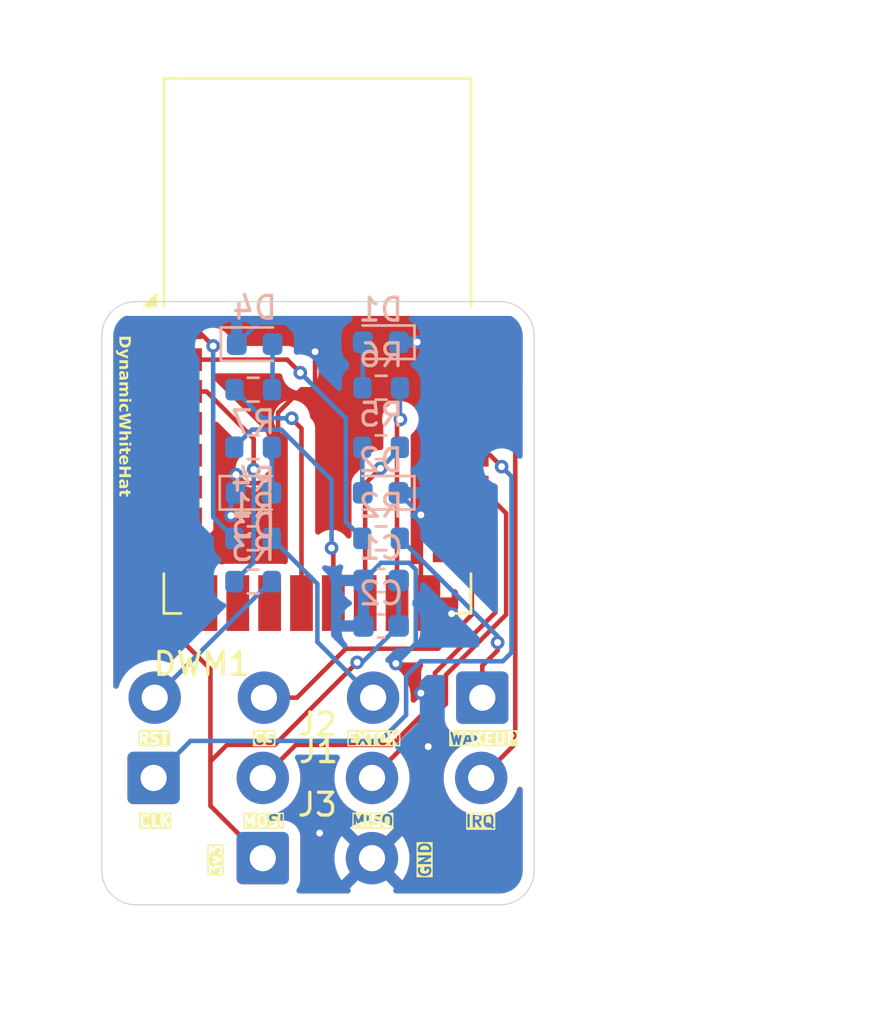
<source format=kicad_pcb>
(kicad_pcb (version 20241229) (generator "pcbnew") (generator_version "9.0")
  (layers (0 "F.Cu" signal) (2 "B.Cu" signal) (13 "F.Paste" user) (15 "B.Paste" user) (5 "F.SilkS" user "F.Silkscreen") (7 "B.SilkS" user "B.Silkscreen") (1 "F.Mask" user) (3 "B.Mask" user) (25 "Edge.Cuts" user))
  (net 0 "")
  (net 1 "GND")
  (net 2 "+3V3")
  (net 3 "Net-(D1-A)")
  (net 4 "Net-(D2-A)")
  (net 5 "Net-(D3-A)")
  (net 6 "Net-(D4-A)")
  (net 7 "/MOSI")
  (net 8 "/IRQ")
  (net 9 "/MISO")
  (net 10 "/CLK")
  (net 11 "Net-(DWM1-~{RST})")
  (net 13 "Net-(DWM1-GPIO2{slash}RXLED)")
  (net 14 "Net-(DWM1-GPIO0{slash}RXOKLED)")
  (net 15 "/CS")
  (net 18 "Net-(DWM1-GPIO3{slash}TXLED)")
  (net 19 "Net-(DWM1-EXTON)")
  (net 20 "Net-(DWM1-WAKEUP)")
  (net 22 "Net-(DWM1-GPIO1{slash}SFDLED)")
  (net 23 "/EXTON")
  (net 24 "/RST")
  (net 25 "/WAKEUP")
  (footprint "RF_Module:DWM1000" (layer "F.Cu") (at 56.951875 61.1988)
    (property "Reference" "DWM1" (at -5.08 13.97 0) (layer "F.SilkS"))
    (property "Value" "DWM1000")
    (fp_line (start -6.75 -11.75) (end -6.75 -1.75) (stroke (width 0.12)) (layer "F.SilkS"))
    (fp_line (start -6.75 -11.75) (end 6.75 -11.75) (stroke (width 0.12)) (layer "F.SilkS"))
    (fp_line (start -6.75 11.75) (end -6.75 10) (stroke (width 0.12)) (layer "F.SilkS"))
    (fp_line (start -6 11.75) (end -6.75 11.75) (stroke (width 0.12)) (layer "F.SilkS"))
    (fp_line (start 6 11.75) (end 6.75 11.75) (stroke (width 0.12)) (layer "F.SilkS"))
    (fp_line (start 6.75 -11.75) (end 6.75 -1.75) (stroke (width 0.12)) (layer "F.SilkS"))
    (fp_line (start 6.75 11.75) (end 6.75 10) (stroke (width 0.12)) (layer "F.SilkS"))
    (fp_poly (pts (xy -7.1 -1.75) (xy -7.6 -1.75) (xy -7.1 -2.25) (xy -7.1 -1.75)) (stroke (width 0.12)) (fill yes) (layer "F.SilkS"))
    (pad "1" smd rect (at -6.3 -0.7988 90) (size 1 2.45) (layers "F.Cu" "F.Mask" "F.Paste") (net 19 "Net-(DWM1-EXTON)"))
    (pad "2" smd rect (at -6.3 0.6012 90) (size 1 2.45) (layers "F.Cu" "F.Mask" "F.Paste") (net 20 "Net-(DWM1-WAKEUP)"))
    (pad "3" smd rect (at -6.3 2.0012 90) (size 1 2.45) (layers "F.Cu" "F.Mask" "F.Paste") (net 11 "Net-(DWM1-~{RST})"))
    (pad "4" smd rect (at -6.3 3.4012 90) (size 1 2.45) (layers "F.Cu" "F.Mask" "F.Paste"))
    (pad "5" smd rect (at -6.3 4.8012 90) (size 1 2.45) (layers "F.Cu" "F.Mask" "F.Paste") (net 2 "+3V3"))
    (pad "6" smd rect (at -6.3 6.2012 90) (size 1 2.45) (layers "F.Cu" "F.Mask" "F.Paste") (net 2 "+3V3"))
    (pad "7" smd rect (at -6.3 7.6012 90) (size 1 2.45) (layers "F.Cu" "F.Mask" "F.Paste") (net 2 "+3V3"))
    (pad "8" smd rect (at -6.3 9.0012 90) (size 1 2.45) (layers "F.Cu" "F.Mask" "F.Paste") (net 1 "GND"))
    (pad "9" smd rect (at -4.9 11.2962) (size 1 2.45) (layers "F.Cu" "F.Mask" "F.Paste"))
    (pad "10" smd rect (at -3.5 11.2962) (size 1 2.45) (layers "F.Cu" "F.Mask" "F.Paste"))
    (pad "11" smd rect (at -2.1 11.2962) (size 1 2.45) (layers "F.Cu" "F.Mask" "F.Paste"))
    (pad "12" smd rect (at -0.7 11.2962) (size 1 2.45) (layers "F.Cu" "F.Mask" "F.Paste") (net 18 "Net-(DWM1-GPIO3{slash}TXLED)"))
    (pad "13" smd rect (at 0.7 11.2962) (size 1 2.45) (layers "F.Cu" "F.Mask" "F.Paste") (net 13 "Net-(DWM1-GPIO2{slash}RXLED)"))
    (pad "14" smd rect (at 2.1 11.2962) (size 1 2.45) (layers "F.Cu" "F.Mask" "F.Paste") (net 22 "Net-(DWM1-GPIO1{slash}SFDLED)"))
    (pad "15" smd rect (at 3.5 11.2962) (size 1 2.45) (layers "F.Cu" "F.Mask" "F.Paste") (net 14 "Net-(DWM1-GPIO0{slash}RXOKLED)"))
    (pad "16" smd rect (at 4.9 11.2962) (size 1 2.45) (layers "F.Cu" "F.Mask" "F.Paste") (net 1 "GND"))
    (pad "17" smd rect (at 6.3 9 90) (size 1 2.45) (layers "F.Cu" "F.Mask" "F.Paste") (net 15 "/CS"))
    (pad "18" smd rect (at 6.3 7.6 90) (size 1 2.45) (layers "F.Cu" "F.Mask" "F.Paste") (net 7 "/MOSI"))
    (pad "19" smd rect (at 6.3 6.2012 90) (size 1 2.45) (layers "F.Cu" "F.Mask" "F.Paste") (net 9 "/MISO"))
    (pad "20" smd rect (at 6.3 4.8012 90) (size 1 2.45) (layers "F.Cu" "F.Mask" "F.Paste") (net 10 "/CLK"))
    (pad "21" smd rect (at 6.3 3.4012 90) (size 1 2.45) (layers "F.Cu" "F.Mask" "F.Paste") (net 1 "GND"))
    (pad "22" smd rect (at 6.3 2.0012 90) (size 1 2.45) (layers "F.Cu" "F.Mask" "F.Paste") (net 8 "/IRQ"))
    (pad "23" smd rect (at 6.3 0.6012 90) (size 1 2.45) (layers "F.Cu" "F.Mask" "F.Paste") (net 1 "GND"))
    (pad "24" smd rect (at 6.3 -0.7988 90) (size 1 2.45) (layers "F.Cu" "F.Mask" "F.Paste") (net 1 "GND"))
    (zone (net 0) (net_name "") (layers "F.Cu" "B.Cu") (connect_pads (clearance 0)) (min_thickness 0.254)
      (keepout (tracks not_allowed) (vias not_allowed) (pads not_allowed) (copperpour not_allowed) (footprints not_allowed))
      (fill (thermal_gap 0.508) (thermal_bridge_width 0.508))
      (polygon (pts (xy 48.061875 59.8788) (xy 65.841875 59.8788) (xy 65.841875 48.4988) (xy 48.061875 48.4988)))
    )
  )
  (footprint "Connector_Wire:SolderWire-0.5sqmm_1x04_P4.8mm_D0.9mm_OD2.3mm" (layer "F.Cu") (at 64.2 76.65 180)
    (property "Reference" "J1" (at 7.2 -2.35 0) (layer "F.SilkS"))
    (property "Value" "Conn_01x04_Socket")
    (pad "1" thru_hole roundrect (at 0 0 180) (size 2.3 2.3) (drill 1.15) (layers "*.Cu" "*.Mask") (roundrect_rratio 0.108696) (net 25 "/WAKEUP"))
    (pad "2" thru_hole circle (at 4.8 0 180) (size 2.3 2.3) (drill 1.15) (layers "*.Cu" "*.Mask") (net 23 "/EXTON"))
    (pad "3" thru_hole circle (at 9.6 0 180) (size 2.3 2.3) (drill 1.15) (layers "*.Cu" "*.Mask") (net 15 "/CS"))
    (pad "4" thru_hole circle (at 14.4 0 180) (size 2.3 2.3) (drill 1.15) (layers "*.Cu" "*.Mask") (net 24 "/RST"))
  )
  (footprint "Connector_Wire:SolderWire-0.5sqmm_1x02_P4.8mm_D0.9mm_OD2.3mm" (layer "F.Cu") (at 54.55 83.7)
    (property "Reference" "J3" (at 2.4 -2.35 0) (layer "F.SilkS"))
    (property "Value" "Conn_01x02_Socket")
    (pad "1" thru_hole roundrect (at 0 0) (size 2.3 2.3) (drill 1.15) (layers "*.Cu" "*.Mask") (roundrect_rratio 0.108696) (net 2 "+3V3"))
    (pad "2" thru_hole circle (at 4.8 0) (size 2.3 2.3) (drill 1.15) (layers "*.Cu" "*.Mask") (net 1 "GND"))
  )
  (footprint "Connector_Wire:SolderWire-0.5sqmm_1x04_P4.8mm_D0.9mm_OD2.3mm" (layer "F.Cu") (at 49.751875 80.175)
    (property "Reference" "J2" (at 7.2 -2.35 0) (layer "F.SilkS"))
    (property "Value" "Conn_01x04_Socket")
    (pad "1" thru_hole roundrect (at 0 0) (size 2.3 2.3) (drill 1.15) (layers "*.Cu" "*.Mask") (roundrect_rratio 0.108696) (net 10 "/CLK"))
    (pad "2" thru_hole circle (at 4.8 0) (size 2.3 2.3) (drill 1.15) (layers "*.Cu" "*.Mask") (net 7 "/MOSI"))
    (pad "3" thru_hole circle (at 9.6 0) (size 2.3 2.3) (drill 1.15) (layers "*.Cu" "*.Mask") (net 9 "/MISO"))
    (pad "4" thru_hole circle (at 14.4 0) (size 2.3 2.3) (drill 1.15) (layers "*.Cu" "*.Mask") (net 8 "/IRQ"))
  )
  (footprint "Resistor_SMD:R_0603_1608Metric" (layer "B.Cu") (at 59.750001 69.65 180)
    (property "Reference" "R2" (at 0 1.43 0) (layer "B.SilkS") (effects (justify mirror)))
    (property "Value" "1k")
    (fp_line (start -0.237258 0.5225) (end 0.237258 0.5225) (stroke (width 0.12)) (layer "B.SilkS"))
    (fp_line (start -0.237258 -0.5225) (end 0.237258 -0.5225) (stroke (width 0.12)) (layer "B.SilkS"))
    (pad "1" smd roundrect (at -0.825 0 180) (size 0.8 0.95) (layers "B.Cu" "B.Mask" "B.Paste") (net 25 "/WAKEUP"))
    (pad "2" smd roundrect (at 0.825 0 180) (size 0.8 0.95) (layers "B.Cu" "B.Mask" "B.Paste") (net 20 "Net-(DWM1-WAKEUP)"))
  )
  (footprint "LED_SMD:LED_0603_1608Metric" (layer "B.Cu") (at 54.192751 61.119999)
    (property "Reference" "D4" (at 0 -1.6 0) (layer "B.SilkS") (effects (justify mirror)))
    (property "Value" "LED")
    (fp_line (start -1.485 -0.735) (end 0.8 -0.735) (stroke (width 0.12)) (layer "B.SilkS"))
    (fp_line (start -1.485 0.735) (end -1.485 -0.735) (stroke (width 0.12)) (layer "B.SilkS"))
    (fp_line (start 0.8 0.735) (end -1.485 0.735) (stroke (width 0.12)) (layer "B.SilkS"))
    (pad "1" smd roundrect (at -0.7875 0) (size 0.875 0.95) (layers "B.Cu" "B.Mask" "B.Paste") (net 1 "GND"))
    (pad "2" smd roundrect (at 0.7875 0) (size 0.875 0.95) (layers "B.Cu" "B.Mask" "B.Paste") (net 6 "Net-(D4-A)"))
  )
  (footprint "Capacitor_SMD:C_0603_1608Metric" (layer "B.Cu") (at 59.75 71.5 180)
    (property "Reference" "C1" (at 0 1.43 0) (layer "B.SilkS") (effects (justify mirror)))
    (property "Value" "10uF")
    (fp_line (start -0.14058 0.51) (end 0.14058 0.51) (stroke (width 0.12)) (layer "B.SilkS"))
    (fp_line (start -0.14058 -0.51) (end 0.14058 -0.51) (stroke (width 0.12)) (layer "B.SilkS"))
    (pad "1" smd roundrect (at -0.775 0 180) (size 0.9 0.95) (layers "B.Cu" "B.Mask" "B.Paste") (net 2 "+3V3"))
    (pad "2" smd roundrect (at 0.775 0 180) (size 0.9 0.95) (layers "B.Cu" "B.Mask" "B.Paste") (net 1 "GND"))
  )
  (footprint "Capacitor_SMD:C_0603_1608Metric" (layer "B.Cu") (at 59.75 73.5 180)
    (property "Reference" "C2" (at 0 1.43 0) (layer "B.SilkS") (effects (justify mirror)))
    (property "Value" "0.1uF")
    (fp_line (start -0.14058 0.51) (end 0.14058 0.51) (stroke (width 0.12)) (layer "B.SilkS"))
    (fp_line (start -0.14058 -0.51) (end 0.14058 -0.51) (stroke (width 0.12)) (layer "B.SilkS"))
    (pad "1" smd roundrect (at -0.775 0 180) (size 0.9 0.95) (layers "B.Cu" "B.Mask" "B.Paste") (net 2 "+3V3"))
    (pad "2" smd roundrect (at 0.775 0 180) (size 0.9 0.95) (layers "B.Cu" "B.Mask" "B.Paste") (net 1 "GND"))
  )
  (footprint "LED_SMD:LED_0603_1608Metric" (layer "B.Cu") (at 59.735001 61.034999 180)
    (property "Reference" "D1" (at 0 1.43 0) (layer "B.SilkS") (effects (justify mirror)))
    (property "Value" "LED")
    (fp_line (start 0.8 0.735) (end -1.485 0.735) (stroke (width 0.12)) (layer "B.SilkS"))
    (fp_line (start -1.485 0.735) (end -1.485 -0.735) (stroke (width 0.12)) (layer "B.SilkS"))
    (fp_line (start -1.485 -0.735) (end 0.8 -0.735) (stroke (width 0.12)) (layer "B.SilkS"))
    (pad "1" smd roundrect (at -0.7875 0 180) (size 0.875 0.95) (layers "B.Cu" "B.Mask" "B.Paste") (net 1 "GND"))
    (pad "2" smd roundrect (at 0.7875 0 180) (size 0.875 0.95) (layers "B.Cu" "B.Mask" "B.Paste") (net 3 "Net-(D1-A)"))
  )
  (footprint "Resistor_SMD:R_0603_1608Metric" (layer "B.Cu") (at 59.750001 65.649999 180)
    (property "Reference" "R5" (at 0 1.43 0) (layer "B.SilkS") (effects (justify mirror)))
    (property "Value" "470R")
    (fp_line (start -0.237258 0.5225) (end 0.237258 0.5225) (stroke (width 0.12)) (layer "B.SilkS"))
    (fp_line (start -0.237258 -0.5225) (end 0.237258 -0.5225) (stroke (width 0.12)) (layer "B.SilkS"))
    (pad "1" smd roundrect (at -0.825 0 180) (size 0.8 0.95) (layers "B.Cu" "B.Mask" "B.Paste") (net 22 "Net-(DWM1-GPIO1{slash}SFDLED)"))
    (pad "2" smd roundrect (at 0.825 0 180) (size 0.8 0.95) (layers "B.Cu" "B.Mask" "B.Paste") (net 4 "Net-(D2-A)"))
  )
  (footprint "Resistor_SMD:R_0603_1608Metric" (layer "B.Cu") (at 54.125 71.55 180)
    (property "Reference" "R3" (at 0 1.43 0) (layer "B.SilkS") (effects (justify mirror)))
    (property "Value" "1k")
    (fp_line (start -0.237258 0.5225) (end 0.237258 0.5225) (stroke (width 0.12)) (layer "B.SilkS"))
    (fp_line (start -0.237258 -0.5225) (end 0.237258 -0.5225) (stroke (width 0.12)) (layer "B.SilkS"))
    (pad "1" smd roundrect (at -0.825 0 180) (size 0.8 0.95) (layers "B.Cu" "B.Mask" "B.Paste") (net 24 "/RST"))
    (pad "2" smd roundrect (at 0.825 0 180) (size 0.8 0.95) (layers "B.Cu" "B.Mask" "B.Paste") (net 11 "Net-(DWM1-~{RST})"))
  )
  (footprint "Resistor_SMD:R_0603_1608Metric" (layer "B.Cu") (at 54.130251 63.118799)
    (property "Reference" "R7" (at 0 1.43 0) (layer "B.SilkS") (effects (justify mirror)))
    (property "Value" "470R")
    (fp_line (start -0.237258 -0.5225) (end 0.237258 -0.5225) (stroke (width 0.12)) (layer "B.SilkS"))
    (fp_line (start -0.237258 0.5225) (end 0.237258 0.5225) (stroke (width 0.12)) (layer "B.SilkS"))
    (pad "1" smd roundrect (at -0.825 0) (size 0.8 0.95) (layers "B.Cu" "B.Mask" "B.Paste") (net 18 "Net-(DWM1-GPIO3{slash}TXLED)"))
    (pad "2" smd roundrect (at 0.825 0) (size 0.8 0.95) (layers "B.Cu" "B.Mask" "B.Paste") (net 6 "Net-(D4-A)"))
  )
  (footprint "LED_SMD:LED_0603_1608Metric" (layer "B.Cu") (at 59.730001 67.648799 180)
    (property "Reference" "D2" (at 0 1.43 0) (layer "B.SilkS") (effects (justify mirror)))
    (property "Value" "LED")
    (fp_line (start 0.8 0.735) (end -1.485 0.735) (stroke (width 0.12)) (layer "B.SilkS"))
    (fp_line (start -1.485 0.735) (end -1.485 -0.735) (stroke (width 0.12)) (layer "B.SilkS"))
    (fp_line (start -1.485 -0.735) (end 0.8 -0.735) (stroke (width 0.12)) (layer "B.SilkS"))
    (pad "1" smd roundrect (at -0.7875 0 180) (size 0.875 0.95) (layers "B.Cu" "B.Mask" "B.Paste") (net 1 "GND"))
    (pad "2" smd roundrect (at 0.7875 0 180) (size 0.875 0.95) (layers "B.Cu" "B.Mask" "B.Paste") (net 4 "Net-(D2-A)"))
  )
  (footprint "Resistor_SMD:R_0603_1608Metric" (layer "B.Cu") (at 54.125001 65.648799)
    (property "Reference" "R4" (at 0 1.43 0) (layer "B.SilkS") (effects (justify mirror)))
    (property "Value" "470R")
    (fp_line (start -0.237258 -0.5225) (end 0.237258 -0.5225) (stroke (width 0.12)) (layer "B.SilkS"))
    (fp_line (start -0.237258 0.5225) (end 0.237258 0.5225) (stroke (width 0.12)) (layer "B.SilkS"))
    (pad "1" smd roundrect (at -0.825 0) (size 0.8 0.95) (layers "B.Cu" "B.Mask" "B.Paste") (net 13 "Net-(DWM1-GPIO2{slash}RXLED)"))
    (pad "2" smd roundrect (at 0.825 0) (size 0.8 0.95) (layers "B.Cu" "B.Mask" "B.Paste") (net 5 "Net-(D3-A)"))
  )
  (footprint "Resistor_SMD:R_0603_1608Metric" (layer "B.Cu") (at 59.755001 63.033799 180)
    (property "Reference" "R6" (at 0 1.43 0) (layer "B.SilkS") (effects (justify mirror)))
    (property "Value" "470R")
    (fp_line (start -0.237258 0.5225) (end 0.237258 0.5225) (stroke (width 0.12)) (layer "B.SilkS"))
    (fp_line (start -0.237258 -0.5225) (end 0.237258 -0.5225) (stroke (width 0.12)) (layer "B.SilkS"))
    (pad "1" smd roundrect (at -0.825 0 180) (size 0.8 0.95) (layers "B.Cu" "B.Mask" "B.Paste") (net 14 "Net-(DWM1-GPIO0{slash}RXOKLED)"))
    (pad "2" smd roundrect (at 0.825 0 180) (size 0.8 0.95) (layers "B.Cu" "B.Mask" "B.Paste") (net 3 "Net-(D1-A)"))
  )
  (footprint "LED_SMD:LED_0603_1608Metric" (layer "B.Cu") (at 54.145001 67.649999)
    (property "Reference" "D3" (at 0 1.43 0) (layer "B.SilkS") (effects (justify mirror)))
    (property "Value" "LED")
    (fp_line (start -1.485 -0.735) (end 0.8 -0.735) (stroke (width 0.12)) (layer "B.SilkS"))
    (fp_line (start -1.485 0.735) (end -1.485 -0.735) (stroke (width 0.12)) (layer "B.SilkS"))
    (fp_line (start 0.8 0.735) (end -1.485 0.735) (stroke (width 0.12)) (layer "B.SilkS"))
    (pad "1" smd roundrect (at -0.7875 0) (size 0.875 0.95) (layers "B.Cu" "B.Mask" "B.Paste") (net 1 "GND"))
    (pad "2" smd roundrect (at 0.7875 0) (size 0.875 0.95) (layers "B.Cu" "B.Mask" "B.Paste") (net 5 "Net-(D3-A)"))
  )
  (footprint "Resistor_SMD:R_0603_1608Metric" (layer "B.Cu") (at 54.125 69.65 180)
    (property "Reference" "R1" (at 0 1.43 0) (layer "B.SilkS") (effects (justify mirror)))
    (property "Value" "1k")
    (fp_line (start -0.237258 0.5225) (end 0.237258 0.5225) (stroke (width 0.12)) (layer "B.SilkS"))
    (fp_line (start -0.237258 -0.5225) (end 0.237258 -0.5225) (stroke (width 0.12)) (layer "B.SilkS"))
    (pad "1" smd roundrect (at -0.825 0 180) (size 0.8 0.95) (layers "B.Cu" "B.Mask" "B.Paste") (net 23 "/EXTON"))
    (pad "2" smd roundrect (at 0.825 0 180) (size 0.8 0.95) (layers "B.Cu" "B.Mask" "B.Paste") (net 19 "Net-(DWM1-EXTON)"))
  )
  (gr_line (start 64.975937 85.75) (end 48.975937 85.75) (stroke (width 0.05)) (layer "Edge.Cuts"))
  (gr_line (start 48.975937 59.25) (end 64.975937 59.25) (stroke (width 0.05)) (layer "Edge.Cuts"))
  (gr_arc (start 48.975937 85.75) (mid 47.915277 85.31066) (end 47.475937 84.25) (stroke (width 0.05)) (layer "Edge.Cuts"))
  (gr_line (start 66.475937 60.75) (end 66.475937 84.25) (stroke (width 0.05)) (layer "Edge.Cuts"))
  (gr_arc (start 47.475937 60.75) (mid 47.915277 59.68934) (end 48.975937 59.25) (stroke (width 0.05)) (layer "Edge.Cuts"))
  (gr_arc (start 66.475937 84.25) (mid 66.036597 85.31066) (end 64.975937 85.75) (stroke (width 0.05)) (layer "Edge.Cuts"))
  (gr_arc (start 64.975937 59.25) (mid 66.036597 59.68934) (end 66.475937 60.75) (stroke (width 0.05)) (layer "Edge.Cuts"))
  (gr_line (start 47.475937 84.25) (end 47.475937 60.75) (stroke (width 0.05)) (layer "Edge.Cuts"))
  (gr_text "CLK" (at 49.06 82.37 0) (layer "F.SilkS" knockout) (effects (font (size 0.5 0.5) (thickness 0.1) (bold yes)) (justify left bottom)))
  (gr_text "EXTON" (at 58.19 78.75 0) (layer "F.SilkS" knockout) (effects (font (size 0.5 0.5) (thickness 0.1) (bold yes)) (justify left bottom)))
  (gr_text "MISO" (at 58.41 82.37 0) (layer "F.SilkS" knockout) (effects (font (size 0.5 0.5) (thickness 0.1) (bold yes)) (justify left bottom)))
  (gr_text "DynamicWhiteHat" (at 48.16 60.73 270) (layer "F.SilkS") (effects (font (size 0.5 0.5) (thickness 0.125) (bold yes)) (justify left bottom)))
  (gr_text "RST\n" (at 49 78.75 0) (layer "F.SilkS" knockout) (effects (font (size 0.5 0.5) (thickness 0.1) (bold yes)) (justify left bottom)))
  (gr_text "3v3" (at 52.79 84.5 90) (layer "F.SilkS" knockout) (effects (font (size 0.5 0.5) (thickness 0.1) (bold yes)) (justify left bottom)))
  (gr_text "CS" (at 54.06 78.75 0) (layer "F.SilkS" knockout) (effects (font (size 0.5 0.5) (thickness 0.1) (bold yes)) (justify left bottom)))
  (gr_text "GND" (at 61.98 84.595239 90) (layer "F.SilkS" knockout) (effects (font (size 0.5 0.5) (thickness 0.1) (bold yes)) (justify left bottom)))
  (gr_text "WAKEUP" (at 62.71 78.75 0) (layer "F.SilkS" knockout) (effects (font (size 0.5 0.5) (thickness 0.1) (bold yes)) (justify left bottom)))
  (gr_text "MOSI\n" (at 53.62 82.37 0) (layer "F.SilkS" knockout) (effects (font (size 0.5 0.5) (thickness 0.1) (bold yes)) (justify left bottom)))
  (gr_text "IRQ" (at 63.41 82.37 0) (layer "F.SilkS" knockout) (effects (font (size 0.5 0.5) (thickness 0.1) (bold yes)) (justify left bottom)))
  (segment (start 59.35 83.7) (end 61.825 81.225) (width 0.2) (layer "F.Cu") (net 1))
  (segment (start 61.5 76.45) (end 61.5 76.25) (width 0.2) (layer "F.Cu") (net 1))
  (segment (start 56.7 63.1) (end 56.85 62.95) (width 0.2) (layer "F.Cu") (net 1))
  (segment (start 51.602456 70.2) (end 53.150493 68.651963) (width 0.2) (layer "F.Cu") (net 1))
  (segment (start 61.851875 72.495) (end 61.5 72.143125) (width 0.2) (layer "F.Cu") (net 1))
  (segment (start 56.85 62.95) (end 56.85 61.45) (width 0.2) (layer "F.Cu") (net 1))
  (segment (start 55.224 66.400943) (end 55.224 64.126057) (width 0.2) (layer "F.Cu") (net 1))
  (segment (start 53.751 67.226) (end 54.398943 67.226) (width 0.2) (layer "F.Cu") (net 1))
  (segment (start 62.324875 64.6) (end 61.725875 64.001) (width 0.2) (layer "F.Cu") (net 1))
  (segment (start 61.5 76.25) (end 60.4 75.15) (width 0.2) (layer "F.Cu") (net 1))
  (segment (start 53.375 66.85) (end 53.751 67.226) (width 0.2) (layer "F.Cu") (net 1))
  (segment (start 61.5 72.143125) (end 61.5 68.62) (width 0.2) (layer "F.Cu") (net 1))
  (segment (start 55.224 64.126057) (end 56.250057 63.1) (width 0.2) (layer "F.Cu") (net 1))
  (segment (start 61.826875 61.8) (end 63.251875 61.8) (width 0.2) (layer "F.Cu") (net 1))
  (segment (start 56.250057 63.1) (end 56.7 63.1) (width 0.2) (layer "F.Cu") (net 1))
  (segment (start 61.825 81.225) (end 61.825 78.8) (width 0.2) (layer "F.Cu") (net 1))
  (segment (start 61.725875 64.001) (end 61.725875 61.901) (width 0.2) (layer "F.Cu") (net 1))
  (segment (start 50.651875 70.2) (end 51.602456 70.2) (width 0.2) (layer "F.Cu") (net 1))
  (segment (start 63.251875 64.6) (end 62.324875 64.6) (width 0.2) (layer "F.Cu") (net 1))
  (segment (start 54.398943 67.226) (end 55.224 66.400943) (width 0.2) (layer "F.Cu") (net 1))
  (segment (start 61.725875 61.901) (end 61.826875 61.8) (width 0.2) (layer "F.Cu") (net 1))
  (via (at 61.34 61.03) (size 0.6) (drill 0.3) (layers "F.Cu" "B.Cu") (net 1))
  (via (at 62.85 72.96) (size 0.6) (drill 0.3) (layers "F.Cu" "B.Cu") (net 1))
  (via (at 56.85 61.45) (size 0.6) (drill 0.3) (layers "F.Cu" "B.Cu") (net 1))
  (via (at 53.375 66.85) (size 0.6) (drill 0.3) (layers "F.Cu" "B.Cu") (net 1))
  (via (at 61.5 76.45) (size 0.6) (drill 0.3) (layers "F.Cu" "B.Cu") (net 1))
  (via (at 57.05 82.6) (size 0.6) (drill 0.3) (layers "F.Cu" "B.Cu") (net 1))
  (via (at 61.5 68.62) (size 0.6) (drill 0.3) (layers "F.Cu" "B.Cu") (net 1))
  (via (at 53.150493 68.651963) (size 0.6) (drill 0.3) (layers "F.Cu" "B.Cu") (net 1))
  (via (at 61.825 78.8) (size 0.6) (drill 0.3) (layers "F.Cu" "B.Cu") (net 1))
  (via (at 60.4 75.15) (size 0.6) (drill 0.3) (layers "F.Cu" "B.Cu") (net 1))
  (segment (start 53.150493 68.651963) (end 53.150493 67.857007) (width 0.2) (layer "B.Cu") (net 1))
  (segment (start 59.751 70.724) (end 58.975 71.5) (width 0.2) (layer "B.Cu") (net 1))
  (segment (start 60.4 75.15) (end 61.276 74.274) (width 0.2) (layer "B.Cu") (net 1))
  (segment (start 60.97411 70.724) (end 59.751 70.724) (width 0.2) (layer "B.Cu") (net 1))
  (segment (start 55.575 60.175) (end 54.35025 60.175) (width 0.2) (layer "B.Cu") (net 1))
  (segment (start 53.357501 67.649999) (end 53.357501 66.867499) (width 0.2) (layer "B.Cu") (net 1))
  (segment (start 61.488702 68.62) (end 60.517501 67.648799) (width 0.2) (layer "B.Cu") (net 1))
  (segment (start 56.85 61.45) (end 55.575 60.175) (width 0.2) (layer "B.Cu") (net 1))
  (segment (start 61.276 71.02589) (end 60.97411 70.724) (width 0.2) (layer "B.Cu") (net 1))
  (segment (start 61.5 68.62) (end 61.488702 68.62) (width 0.2) (layer "B.Cu") (net 1))
  (segment (start 53.357501 66.867499) (end 53.375 66.85) (width 0.2) (layer "B.Cu") (net 1))
  (segment (start 61.825 78.8) (end 61.825 76.775) (width 0.2) (layer "B.Cu") (net 1))
  (segment (start 61.276 74.274) (end 61.276 71.02589) (width 0.2) (layer "B.Cu") (net 1))
  (segment (start 54.35025 60.175) (end 53.405251 61.119999) (width 0.2) (layer "B.Cu") (net 1))
  (segment (start 53.150493 67.857007) (end 53.357501 67.649999) (width 0.2) (layer "B.Cu") (net 1))
  (segment (start 61.825 76.775) (end 61.5 76.45) (width 0.2) (layer "B.Cu") (net 1))
  (segment (start 55.074527 78.724) (end 52.976 78.724) (width 0.2) (layer "F.Cu") (net 2))
  (segment (start 52.25 81.4) (end 52.25 79.45) (width 0.2) (layer "F.Cu") (net 2))
  (segment (start 48.5 71.65) (end 48.5 69.526875) (width 0.2) (layer "F.Cu") (net 2))
  (segment (start 50.651875 66) (end 50.651875 68.8) (width 0.2) (layer "F.Cu") (net 2))
  (segment (start 54.55 83.7) (end 52.25 81.4) (width 0.2) (layer "F.Cu") (net 2))
  (segment (start 48.5 69.526875) (end 49.226875 68.8) (width 0.2) (layer "F.Cu") (net 2))
  (segment (start 52.976 78.724) (end 52.25 79.45) (width 0.2) (layer "F.Cu") (net 2))
  (segment (start 52.25 79.45) (end 52.25 75.4) (width 0.2) (layer "F.Cu") (net 2))
  (segment (start 52.25 75.4) (end 48.5 71.65) (width 0.2) (layer "F.Cu") (net 2))
  (segment (start 49.226875 68.8) (end 50.651875 68.8) (width 0.2) (layer "F.Cu") (net 2))
  (segment (start 58.698527 75.1) (end 55.074527 78.724) (width 0.2) (layer "F.Cu") (net 2))
  (via (at 58.698527 75.1) (size 0.6) (drill 0.3) (layers "F.Cu" "B.Cu") (net 2))
  (segment (start 60.525 73.5) (end 58.925 75.1) (width 0.2) (layer "B.Cu") (net 2))
  (segment (start 58.925 75.1) (end 58.698527 75.1) (width 0.2) (layer "B.Cu") (net 2))
  (segment (start 60.525 71.5) (end 60.525 73.5) (width 0.2) (layer "B.Cu") (net 2))
  (segment (start 58.947501 63.016299) (end 58.930001 63.033799) (width 0.2) (layer "B.Cu") (net 3))
  (segment (start 58.947501 61.034999) (end 58.947501 63.016299) (width 0.2) (layer "B.Cu") (net 3))
  (segment (start 58.925001 65.649999) (end 58.925001 67.631299) (width 0.2) (layer "B.Cu") (net 4))
  (segment (start 58.925001 67.631299) (end 58.942501 67.648799) (width 0.2) (layer "B.Cu") (net 4))
  (segment (start 54.950001 67.632499) (end 54.932501 67.649999) (width 0.2) (layer "B.Cu") (net 5))
  (segment (start 54.950001 65.648799) (end 54.950001 67.632499) (width 0.2) (layer "B.Cu") (net 5))
  (segment (start 54.980251 61.119999) (end 54.980251 63.093799) (width 0.2) (layer "B.Cu") (net 6))
  (segment (start 54.980251 63.093799) (end 54.955251 63.118799) (width 0.2) (layer "B.Cu") (net 6))
  (segment (start 63.251875 68.7988) (end 64.178875 68.7988) (width 0.2) (layer "F.Cu") (net 7))
  (segment (start 64.178875 68.7988) (end 64.777875 69.3978) (width 0.2) (layer "F.Cu") (net 7))
  (segment (start 56.002875 78.724) (end 54.551875 80.175) (width 0.2) (layer "F.Cu") (net 7))
  (segment (start 60.226 78.724) (end 56.002875 78.724) (width 0.2) (layer "F.Cu") (net 7))
  (segment (start 64.777875 72.905025) (end 62.11645 75.56645) (width 0.2) (layer "F.Cu") (net 7))
  (segment (start 62.11645 76.83355) (end 60.226 78.724) (width 0.2) (layer "F.Cu") (net 7))
  (segment (start 64.777875 69.3978) (end 64.777875 72.905025) (width 0.2) (layer "F.Cu") (net 7))
  (segment (start 62.11645 75.56645) (end 62.11645 76.83355) (width 0.2) (layer "F.Cu") (net 7))
  (segment (start 64.151875 80.175) (end 65.65 78.676875) (width 0.2) (layer "F.Cu") (net 8))
  (segment (start 65.65 63.55) (end 65.3 63.2) (width 0.2) (layer "F.Cu") (net 8))
  (segment (start 65.65 78.676875) (end 65.65 63.55) (width 0.2) (layer "F.Cu") (net 8))
  (segment (start 65.3 63.2) (end 63.251875 63.2) (width 0.2) (layer "F.Cu") (net 8))
  (segment (start 64.099 67.4) (end 63.251875 67.4) (width 0.2) (layer "F.Cu") (net 9))
  (segment (start 65.249 68.55) (end 64.099 67.4) (width 0.2) (layer "F.Cu") (net 9))
  (segment (start 59.351875 80.175) (end 62.6 76.926875) (width 0.2) (layer "F.Cu") (net 9))
  (segment (start 62.6 75.65) (end 65.249 73.001) (width 0.2) (layer "F.Cu") (net 9))
  (segment (start 65.249 73.001) (end 65.249 68.55) (width 0.2) (layer "F.Cu") (net 9))
  (segment (start 62.6 76.926875) (end 62.6 75.65) (width 0.2) (layer "F.Cu") (net 9))
  (segment (start 64.55 66) (end 63.251875 66) (width 0.2) (layer "F.Cu") (net 10))
  (segment (start 65.05 66.5) (end 64.55 66) (width 0.2) (layer "F.Cu") (net 10))
  (via (at 65.05 66.5) (size 0.6) (drill 0.3) (layers "F.Cu" "B.Cu") (net 10))
  (segment (start 65.485 74.665) (end 65.1 75.05) (width 0.2) (layer "B.Cu") (net 10))
  (segment (start 51.376875 78.55) (end 49.751875 80.175) (width 0.2) (layer "B.Cu") (net 10))
  (segment (start 60.851 75.699) (end 60.851 77.41284) (width 0.2) (layer "B.Cu") (net 10))
  (segment (start 60.851 77.41284) (end 59.71384 78.55) (width 0.2) (layer "B.Cu") (net 10))
  (segment (start 65.485 66.935) (end 65.05 66.5) (width 0.2) (layer "B.Cu") (net 10))
  (segment (start 59.71384 78.55) (end 51.376875 78.55) (width 0.2) (layer "B.Cu") (net 10))
  (segment (start 65.485 74.665) (end 65.485 66.935) (width 0.2) (layer "B.Cu") (net 10))
  (segment (start 61.5 75.05) (end 60.851 75.699) (width 0.2) (layer "B.Cu") (net 10))
  (segment (start 65.1 75.05) (end 61.5 75.05) (width 0.2) (layer "B.Cu") (net 10))
  (segment (start 54.15 66.625) (end 54.15 65.273125) (width 0.2) (layer "F.Cu") (net 11))
  (segment (start 52.076875 63.2) (end 50.651875 63.2) (width 0.2) (layer "F.Cu") (net 11))
  (segment (start 54.15 65.273125) (end 52.076875 63.2) (width 0.2) (layer "F.Cu") (net 11))
  (via (at 54.15 66.625) (size 0.6) (drill 0.3) (layers "F.Cu" "B.Cu") (net 11))
  (segment (start 53.3 71.55) (end 54.15 70.7) (width 0.2) (layer "B.Cu") (net 11))
  (segment (start 54.15 70.7) (end 54.15 66.625) (width 0.2) (layer "B.Cu") (net 11))
  (segment (start 57.651875 70.151875) (end 57.651875 72.495) (width 0.2) (layer "F.Cu") (net 13))
  (segment (start 57.575 70.075) (end 57.651875 70.151875) (width 0.2) (layer "F.Cu") (net 13))
  (via (at 57.575 70.075) (size 0.6) (drill 0.3) (layers "F.Cu" "B.Cu") (net 13))
  (segment (start 54.076001 64.872799) (end 55.363065 64.872799) (width 0.2) (layer "B.Cu") (net 13))
  (segment (start 57.575 67.084734) (end 57.575 70.075) (width 0.2) (layer "B.Cu") (net 13))
  (segment (start 53.300001 65.648799) (end 54.076001 64.872799) (width 0.2) (layer "B.Cu") (net 13))
  (segment (start 55.363065 64.872799) (end 57.575 67.084734) (width 0.2) (layer "B.Cu") (net 13))
  (segment (start 60.6 64.425) (end 60.451875 64.573125) (width 0.2) (layer "F.Cu") (net 14))
  (segment (start 60.451875 64.573125) (end 60.451875 72.495) (width 0.2) (layer "F.Cu") (net 14))
  (via (at 60.6 64.425) (size 0.6) (drill 0.3) (layers "F.Cu" "B.Cu") (net 14))
  (segment (start 60.580001 64.405001) (end 60.6 64.425) (width 0.2) (layer "B.Cu") (net 14))
  (segment (start 60.580001 63.033799) (end 60.580001 64.405001) (width 0.2) (layer "B.Cu") (net 14))
  (segment (start 63.251875 71.251875) (end 63.251875 70.1988) (width 0.2) (layer "F.Cu") (net 15))
  (segment (start 58.2 74.5) (end 62.25 74.5) (width 0.2) (layer "F.Cu") (net 15))
  (segment (start 63.74 71.74) (end 63.251875 71.251875) (width 0.2) (layer "F.Cu") (net 15))
  (segment (start 62.25 74.5) (end 63.74 73.01) (width 0.2) (layer "F.Cu") (net 15))
  (segment (start 54.6 76.65) (end 56.05 76.65) (width 0.2) (layer "F.Cu") (net 15))
  (segment (start 56.05 76.65) (end 58.2 74.5) (width 0.2) (layer "F.Cu") (net 15))
  (segment (start 63.74 73.01) (end 63.74 71.74) (width 0.2) (layer "F.Cu") (net 15))
  (segment (start 55.825 64.375) (end 55.825 64.4) (width 0.2) (layer "F.Cu") (net 18))
  (segment (start 56.251875 64.826875) (end 56.251875 72.495) (width 0.2) (layer "F.Cu") (net 18))
  (segment (start 55.825 64.4) (end 56.251875 64.826875) (width 0.2) (layer "F.Cu") (net 18))
  (via (at 55.825 64.375) (size 0.6) (drill 0.3) (layers "F.Cu" "B.Cu") (net 18))
  (segment (start 53.305251 63.118799) (end 54.561452 64.375) (width 0.2) (layer "B.Cu") (net 18))
  (segment (start 54.561452 64.375) (end 55.825 64.375) (width 0.2) (layer "B.Cu") (net 18))
  (segment (start 52.370018 61.2) (end 51.570018 60.4) (width 0.2) (layer "F.Cu") (net 19))
  (segment (start 51.570018 60.4) (end 50.651875 60.4) (width 0.2) (layer "F.Cu") (net 19))
  (via (at 52.370018 61.2) (size 0.6) (drill 0.3) (layers "F.Cu" "B.Cu") (net 19))
  (segment (start 53.3 69.65) (end 52.370018 68.720018) (width 0.2) (layer "B.Cu") (net 19))
  (segment (start 52.370018 68.720018) (end 52.370018 61.2) (width 0.2) (layer "B.Cu") (net 19))
  (segment (start 55.625 61.8) (end 50.651875 61.8) (width 0.2) (layer "F.Cu") (net 20))
  (segment (start 56.2 62.375) (end 55.625 61.8) (width 0.2) (layer "F.Cu") (net 20))
  (via (at 56.2 62.375) (size 0.6) (drill 0.3) (layers "F.Cu" "B.Cu") (net 20))
  (segment (start 58.204001 64.379001) (end 56.2 62.375) (width 0.2) (layer "B.Cu") (net 20))
  (segment (start 58.925001 69.65) (end 58.204001 68.929) (width 0.2) (layer "B.Cu") (net 20))
  (segment (start 58.204001 68.929) (end 58.204001 64.379001) (width 0.2) (layer "B.Cu") (net 20))
  (segment (start 59.725 66.575) (end 59.051875 67.248125) (width 0.2) (layer "F.Cu") (net 22))
  (segment (start 59.051875 67.248125) (end 59.051875 72.495) (width 0.2) (layer "F.Cu") (net 22))
  (via (at 59.725 66.575) (size 0.6) (drill 0.3) (layers "F.Cu" "B.Cu") (net 22))
  (segment (start 60.575001 65.724999) (end 59.725 66.575) (width 0.2) (layer "B.Cu") (net 22))
  (segment (start 60.575001 65.649999) (end 60.575001 65.724999) (width 0.2) (layer "B.Cu") (net 22))
  (segment (start 56.95 71.65) (end 56.95 74.2) (width 0.2) (layer "B.Cu") (net 23))
  (segment (start 54.95 69.65) (end 56.95 71.65) (width 0.2) (layer "B.Cu") (net 23))
  (segment (start 56.95 74.2) (end 59.4 76.65) (width 0.2) (layer "B.Cu") (net 23))
  (segment (start 54.9 71.55) (end 54.95 71.55) (width 0.2) (layer "B.Cu") (net 24))
  (segment (start 49.8 76.65) (end 54.9 71.55) (width 0.2) (layer "B.Cu") (net 24))
  (segment (start 64.874265 74.224265) (end 64.874265 74.575735) (width 0.2) (layer "F.Cu") (net 25))
  (segment (start 64.2 75.25) (end 64.2 76.65) (width 0.2) (layer "F.Cu") (net 25))
  (segment (start 64.874265 74.575735) (end 64.2 75.25) (width 0.2) (layer "F.Cu") (net 25))
  (via (at 64.874265 74.224265) (size 0.6) (drill 0.3) (layers "F.Cu" "B.Cu") (net 25))
  (segment (start 64.2 73.274999) (end 64.874265 73.949264) (width 0.2) (layer "B.Cu") (net 25))
  (segment (start 64.2 73.274999) (end 60.575001 69.65) (width 0.2) (layer "B.Cu") (net 25))
  (segment (start 64.874265 73.949264) (end 64.874265 74.224265) (width 0.2) (layer "B.Cu") (net 25))
  (zone (net 1) (net_name "GND") (layers "F.Cu" "B.Cu") (connect_pads (clearance 0.5)) (min_thickness 0.25) (fill yes (thermal_gap 0.5) (thermal_bridge_width 0.5))
    (polygon (pts (xy 43 48.8988) (xy 43 91) (xy 82 90) (xy 80 46)))
  )
)
</source>
